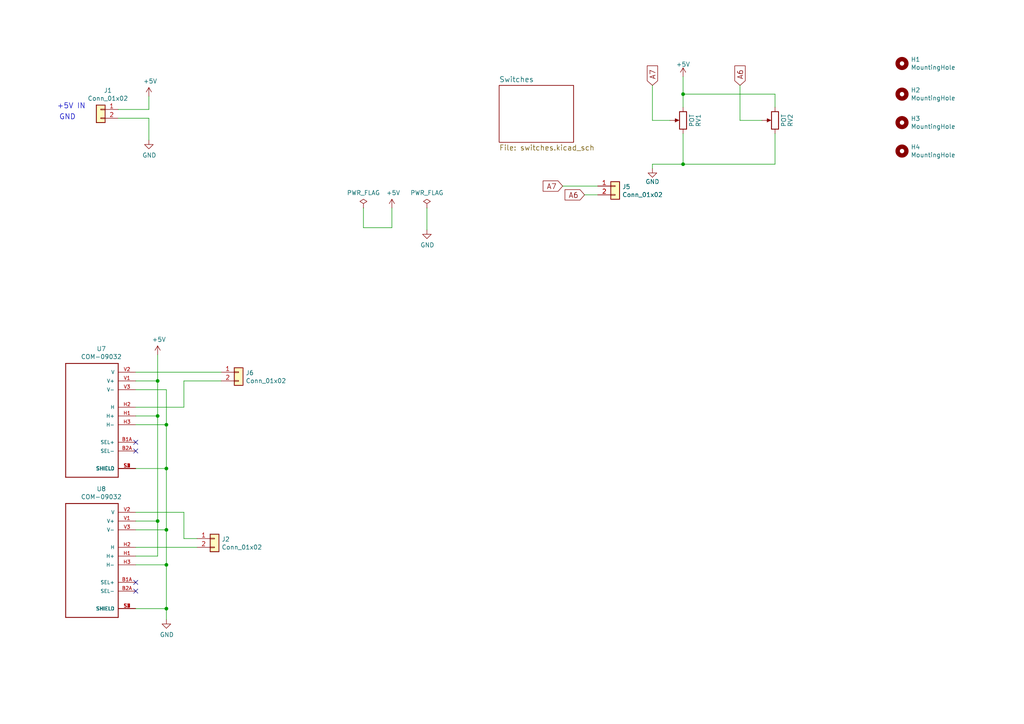
<source format=kicad_sch>
(kicad_sch (version 20230409) (generator eeschema)
  (paper "A4")
  (lib_symbols
    (symbol "COM-09032:COM-09032" (pin_names (offset 1.016))
      (property "Reference" "U" (at -7.62 16.002 0))
      (property "Value" "COM-09032" (at -7.62 -20.32 0))
      (symbol "COM-09032_0_0"
        (polyline (pts (xy -7.62 -17.78) (xy -7.62 15.24)) (stroke (width 0.254)))
        (polyline (pts (xy -7.62 15.24) (xy 7.62 15.24)) (stroke (width 0.254)))
        (polyline (pts (xy 7.62 -17.78) (xy -7.62 -17.78)) (stroke (width 0.254)))
        (polyline (pts (xy 7.62 15.24) (xy 7.62 -17.78)) (stroke (width 0.254)))
        (pin passive line (at -12.7 -7.62 0) (length 5.08) (name "SEL+") (number "B1A"))
        (pin passive line (at -12.7 -10.16 0) (length 5.08) (name "SEL-") (number "B2A"))
        (pin passive line (at -12.7 0 0) (length 5.08) (name "H+") (number "H1"))
        (pin passive line (at -12.7 2.54 0) (length 5.08) (name "H") (number "H2"))
        (pin passive line (at -12.7 -2.54 0) (length 5.08) (name "H-") (number "H3"))
        (pin passive line (at -12.7 -15.24 0) (length 5.08) (name "SHIELD") (number "S1"))
        (pin passive line (at -12.7 -15.24 0) (length 5.08) (name "SHIELD") (number "S2"))
        (pin passive line (at -12.7 -15.24 0) (length 5.08) (name "SHIELD") (number "S3"))
        (pin passive line (at -12.7 -15.24 0) (length 5.08) (name "SHIELD") (number "S4"))
        (pin passive line (at -12.7 10.16 0) (length 5.08) (name "V+") (number "V1"))
        (pin passive line (at -12.7 12.7 0) (length 5.08) (name "V") (number "V2"))
        (pin passive line (at -12.7 7.62 0) (length 5.08) (name "V-") (number "V3"))
      )
    )
    (symbol "COM-09032_1" (pin_names (offset 1.016))
      (property "Reference" "U" (at -7.62 16.002 0))
      (property "Value" "COM-09032" (at -7.62 -20.32 0))
      (symbol "COM-09032_1_0_0"
        (polyline (pts (xy -7.62 -17.78) (xy -7.62 15.24)) (stroke (width 0.254)))
        (polyline (pts (xy -7.62 15.24) (xy 7.62 15.24)) (stroke (width 0.254)))
        (polyline (pts (xy 7.62 -17.78) (xy -7.62 -17.78)) (stroke (width 0.254)))
        (polyline (pts (xy 7.62 15.24) (xy 7.62 -17.78)) (stroke (width 0.254)))
        (pin passive line (at -12.7 -7.62 0) (length 5.08) (name "SEL+") (number "B1A"))
        (pin passive line (at -12.7 -10.16 0) (length 5.08) (name "SEL-") (number "B2A"))
        (pin passive line (at -12.7 0 0) (length 5.08) (name "H+") (number "H1"))
        (pin passive line (at -12.7 2.54 0) (length 5.08) (name "H") (number "H2"))
        (pin passive line (at -12.7 -2.54 0) (length 5.08) (name "H-") (number "H3"))
        (pin passive line (at -12.7 -15.24 0) (length 5.08) (name "SHIELD") (number "S1"))
        (pin passive line (at -12.7 -15.24 0) (length 5.08) (name "SHIELD") (number "S2"))
        (pin passive line (at -12.7 -15.24 0) (length 5.08) (name "SHIELD") (number "S3"))
        (pin passive line (at -12.7 -15.24 0) (length 5.08) (name "SHIELD") (number "S4"))
        (pin passive line (at -12.7 10.16 0) (length 5.08) (name "V+") (number "V1"))
        (pin passive line (at -12.7 12.7 0) (length 5.08) (name "V") (number "V2"))
        (pin passive line (at -12.7 7.62 0) (length 5.08) (name "V-") (number "V3"))
      )
    )
    (symbol "COM-09032_2" (pin_names (offset 1.016))
      (property "Reference" "U" (at -7.62 16.002 0))
      (property "Value" "COM-09032" (at -7.62 -20.32 0))
      (symbol "COM-09032_2_0_0"
        (polyline (pts (xy -7.62 -17.78) (xy -7.62 15.24)) (stroke (width 0.254)))
        (polyline (pts (xy -7.62 15.24) (xy 7.62 15.24)) (stroke (width 0.254)))
        (polyline (pts (xy 7.62 -17.78) (xy -7.62 -17.78)) (stroke (width 0.254)))
        (polyline (pts (xy 7.62 15.24) (xy 7.62 -17.78)) (stroke (width 0.254)))
        (pin passive line (at -12.7 -7.62 0) (length 5.08) (name "SEL+") (number "B1A"))
        (pin passive line (at -12.7 -10.16 0) (length 5.08) (name "SEL-") (number "B2A"))
        (pin passive line (at -12.7 0 0) (length 5.08) (name "H+") (number "H1"))
        (pin passive line (at -12.7 2.54 0) (length 5.08) (name "H") (number "H2"))
        (pin passive line (at -12.7 -2.54 0) (length 5.08) (name "H-") (number "H3"))
        (pin passive line (at -12.7 -15.24 0) (length 5.08) (name "SHIELD") (number "S1"))
        (pin passive line (at -12.7 -15.24 0) (length 5.08) (name "SHIELD") (number "S2"))
        (pin passive line (at -12.7 -15.24 0) (length 5.08) (name "SHIELD") (number "S3"))
        (pin passive line (at -12.7 -15.24 0) (length 5.08) (name "SHIELD") (number "S4"))
        (pin passive line (at -12.7 10.16 0) (length 5.08) (name "V+") (number "V1"))
        (pin passive line (at -12.7 12.7 0) (length 5.08) (name "V") (number "V2"))
        (pin passive line (at -12.7 7.62 0) (length 5.08) (name "V-") (number "V3"))
      )
    )
    (symbol "Connector_Generic:Conn_01x02" (pin_names (offset 1.016) hide)
      (property "Reference" "J" (at 0 2.54 0))
      (property "Value" "Conn_01x02" (at 0 -5.08 0))
      (symbol "Conn_01x02_1_1"
        (rectangle (start -1.27 -2.413) (end 0 -2.667) (stroke (width 0.1524)))
        (rectangle (start -1.27 0.127) (end 0 -0.127) (stroke (width 0.1524)))
        (rectangle (start -1.27 1.27) (end 1.27 -3.81) (stroke (width 0.254)) (fill (type background)))
        (pin passive line (at -5.08 0 0) (length 3.81) (name "Pin_1") (number "1"))
        (pin passive line (at -5.08 -2.54 0) (length 3.81) (name "Pin_2") (number "2"))
      )
    )
    (symbol "Mechanical:MountingHole" (pin_names (offset 1.016))
      (property "Reference" "H" (at 0 5.08 0))
      (property "Value" "MountingHole" (at 0 3.175 0))
      (symbol "MountingHole_0_1"
        (circle (center 0 0) (radius 1.27) (stroke (width 1.27)))
      )
    )
    (symbol "power:+5V" (power) (pin_names (offset 0))
      (property "Value" "+5V" (at 0 3.556 0))
      (symbol "+5V_0_1"
        (polyline (pts (xy -0.762 1.27) (xy 0 2.54)))
        (polyline (pts (xy 0 0) (xy 0 2.54)))
        (polyline (pts (xy 0 2.54) (xy 0.762 1.27)))
      )
      (symbol "+5V_1_1"
        (pin power_in line (at 0 0 90) (length 0) hide (name "+5V") (number "1"))
      )
    )
    (symbol "power:GND" (power) (pin_names (offset 0))
      (property "Value" "GND" (at 0 -3.81 0))
      (symbol "GND_0_1"
        (polyline (pts (xy 0 0) (xy 0 -1.27) (xy 1.27 -1.27) (xy 0 -2.54) (xy -1.27 -1.27) (xy 0 -1.27)))
      )
      (symbol "GND_1_1"
        (pin power_in line (at 0 0 270) (length 0) hide (name "GND") (number "1"))
      )
    )
    (symbol "power:PWR_FLAG" (power) (pin_numbers hide) (pin_names (offset 0) hide)
      (property "Value" "PWR_FLAG" (at 0 3.81 0))
      (symbol "PWR_FLAG_0_0"
        (pin power_out line (at 0 0 90) (length 0) (name "pwr") (number "1"))
      )
      (symbol "PWR_FLAG_0_1"
        (polyline (pts (xy 0 0) (xy 0 1.27) (xy -1.016 1.905) (xy 0 2.54) (xy 1.016 1.905) (xy 0 1.27)))
      )
    )
    (symbol "remote-rescue:+5V" (power) (pin_names (offset 0))
      (property "Value" "+5V" (at 0 3.556 0))
      (symbol "+5V_0_1"
        (polyline (pts (xy -0.762 1.27) (xy 0 2.54)))
        (polyline (pts (xy 0 0) (xy 0 2.54)))
        (polyline (pts (xy 0 2.54) (xy 0.762 1.27)))
      )
      (symbol "+5V_1_1"
        (pin power_in line (at 0 0 90) (length 0) hide (name "+5V") (number "1"))
      )
    )
    (symbol "remote-rescue:GND" (power) (pin_names (offset 0))
      (property "Value" "GND" (at 0 -3.81 0))
      (symbol "GND_0_1"
        (polyline (pts (xy 0 0) (xy 0 -1.27) (xy 1.27 -1.27) (xy 0 -2.54) (xy -1.27 -1.27) (xy 0 -1.27)))
      )
      (symbol "GND_1_1"
        (pin power_in line (at 0 0 270) (length 0) hide (name "GND") (number "1"))
      )
    )
    (symbol "remote-rescue:POT" (pin_numbers hide) (pin_names (offset 1.016) hide)
      (property "Reference" "RV" (at -4.445 0 90))
      (property "Value" "POT" (at -2.54 0 90))
      (symbol "POT_0_1"
        (polyline (pts (xy 2.54 0) (xy 1.524 0)))
        (polyline (pts (xy 1.143 0) (xy 2.286 0.508) (xy 2.286 -0.508)) (fill (type outline)))
        (rectangle (start 1.016 2.54) (end -1.016 -2.54) (stroke (width 0.254)))
      )
      (symbol "POT_1_1"
        (pin passive line (at 0 3.81 270) (length 1.27) (name "1") (number "1"))
        (pin passive line (at 3.81 0 180) (length 1.27) (name "2") (number "2"))
        (pin passive line (at 0 -3.81 90) (length 1.27) (name "3") (number "3"))
      )
    )
  )
  (junction (at 48.26 153.67))
  (junction (at 45.72 120.65))
  (junction (at 48.26 123.19))
  (junction (at 198.12 47.625))
  (junction (at 48.26 176.53))
  (junction (at 198.12 27.305))
  (junction (at 48.26 135.89))
  (junction (at 45.72 151.13))
  (junction (at 48.26 163.83))
  (junction (at 45.72 110.49))
  (no_connect (at 39.37 128.27))
  (no_connect (at 39.37 130.81))
  (no_connect (at 39.37 168.91))
  (no_connect (at 39.37 171.45))
  (wire (pts (xy 53.34 148.59) (xy 53.34 156.21)))
  (wire (pts (xy 39.37 176.53) (xy 48.26 176.53)))
  (wire (pts (xy 220.98 34.925) (xy 214.63 34.925)))
  (wire (pts (xy 43.18 31.75) (xy 34.29 31.75)))
  (wire (pts (xy 169.545 56.515) (xy 173.355 56.515)))
  (wire (pts (xy 39.37 107.95) (xy 64.135 107.95)))
  (wire (pts (xy 198.12 27.305) (xy 198.12 31.115)))
  (wire (pts (xy 214.63 24.765) (xy 214.63 34.925)))
  (wire (pts (xy 34.29 34.29) (xy 43.18 34.29)))
  (wire (pts (xy 64.135 110.49) (xy 53.34 110.49)))
  (wire (pts (xy 48.26 123.19) (xy 48.26 135.89)))
  (wire (pts (xy 43.18 27.94) (xy 43.18 31.75)))
  (wire (pts (xy 48.26 135.89) (xy 48.26 153.67)))
  (wire (pts (xy 39.37 118.11) (xy 53.34 118.11)))
  (wire (pts (xy 198.12 27.305) (xy 224.79 27.305)))
  (wire (pts (xy 48.26 163.83) (xy 48.26 176.53)))
  (wire (pts (xy 43.18 34.29) (xy 43.18 40.64)))
  (wire (pts (xy 53.34 148.59) (xy 39.37 148.59)))
  (wire (pts (xy 189.23 47.625) (xy 189.23 48.895)))
  (wire (pts (xy 39.37 113.03) (xy 48.26 113.03)))
  (wire (pts (xy 105.41 66.04) (xy 105.41 60.325)))
  (wire (pts (xy 224.79 27.305) (xy 224.79 31.115)))
  (wire (pts (xy 45.72 102.87) (xy 45.72 110.49)))
  (wire (pts (xy 48.26 113.03) (xy 48.26 123.19)))
  (wire (pts (xy 39.37 123.19) (xy 48.26 123.19)))
  (wire (pts (xy 198.12 22.225) (xy 198.12 27.305)))
  (wire (pts (xy 113.665 66.04) (xy 105.41 66.04)))
  (wire (pts (xy 45.72 110.49) (xy 45.72 120.65)))
  (wire (pts (xy 45.72 120.65) (xy 39.37 120.65)))
  (wire (pts (xy 189.23 24.765) (xy 189.23 34.925)))
  (wire (pts (xy 48.26 153.67) (xy 48.26 163.83)))
  (wire (pts (xy 113.665 60.325) (xy 113.665 66.04)))
  (wire (pts (xy 224.79 47.625) (xy 224.79 38.735)))
  (wire (pts (xy 45.72 161.29) (xy 39.37 161.29)))
  (wire (pts (xy 39.37 153.67) (xy 48.26 153.67)))
  (wire (pts (xy 48.26 176.53) (xy 48.26 179.705)))
  (wire (pts (xy 173.355 53.975) (xy 163.195 53.975)))
  (wire (pts (xy 189.23 47.625) (xy 198.12 47.625)))
  (wire (pts (xy 198.12 38.735) (xy 198.12 47.625)))
  (wire (pts (xy 39.37 158.75) (xy 57.15 158.75)))
  (wire (pts (xy 39.37 135.89) (xy 48.26 135.89)))
  (wire (pts (xy 53.34 110.49) (xy 53.34 118.11)))
  (wire (pts (xy 123.825 66.675) (xy 123.825 60.325)))
  (wire (pts (xy 45.72 151.13) (xy 45.72 161.29)))
  (wire (pts (xy 198.12 47.625) (xy 224.79 47.625)))
  (wire (pts (xy 45.72 120.65) (xy 45.72 151.13)))
  (wire (pts (xy 53.34 156.21) (xy 57.15 156.21)))
  (wire (pts (xy 189.23 34.925) (xy 194.31 34.925)))
  (wire (pts (xy 48.26 163.83) (xy 39.37 163.83)))
  (wire (pts (xy 45.72 151.13) (xy 39.37 151.13)))
  (wire (pts (xy 45.72 110.49) (xy 39.37 110.49)))
  (text "GND" (at 17.145 34.925 0) (effects (font (size 1.524 1.524)) (justify left bottom)))
  (text "+5V IN" (at 16.51 31.75 0) (effects (font (size 1.524 1.524)) (justify left bottom)))
  (global_label "A6" (shape input) (at 169.545 56.515 180) (effects (font (size 1.524 1.524))) (property "Intersheetrefs" "${INTERSHEET_REFS}" (effects hide)))
  (global_label "A7" (shape input) (at 189.23 24.765 90) (effects (font (size 1.524 1.524))) (property "Intersheetrefs" "${INTERSHEET_REFS}" (effects hide)))
  (global_label "A6" (shape input) (at 214.63 24.765 90) (effects (font (size 1.524 1.524))) (property "Intersheetrefs" "${INTERSHEET_REFS}" (effects hide)))
  (global_label "A7" (shape input) (at 163.195 53.975 180) (effects (font (size 1.524 1.524))) (property "Intersheetrefs" "${INTERSHEET_REFS}" (effects hide)))
  (symbol (lib_id "remote-rescue:POT") (at 198.12 34.925 0) (mirror y) (unit 1)
    (property "Reference" "RV1" (at 202.565 34.925 90))
    (property "Value" "POT" (at 200.66 34.925 90))
    (property "Footprint" "Remote:Potentiometer_6mm_axis_square" (effects hide))
  )
  (symbol (lib_id "remote-rescue:POT") (at 224.79 34.925 0) (mirror y) (unit 1)
    (property "Reference" "RV2" (at 229.235 34.925 90))
    (property "Value" "POT" (at 227.33 34.925 90))
    (property "Footprint" "Remote:Potentiometer_6mm_axis_square" (effects hide))
  )
  (symbol (lib_id "remote-rescue:GND") (at 189.23 48.895 0) (unit 1)
    (property "Reference" "#PWR0104" (effects hide))
    (property "Value" "GND" (at 189.23 52.705 0))
  )
  (symbol (lib_id "remote-rescue:+5V") (at 198.12 22.225 0) (unit 1)
    (property "Reference" "#PWR0105" (effects hide))
    (property "Value" "+5V" (at 198.12 18.669 0))
  )
  (symbol (lib_id "power:+5V") (at 45.72 102.87 0) (unit 1)
    (property "Reference" "#PWR0106" (effects hide))
    (property "Value" "+5V" (at 46.101 98.4758 0))
  )
  (symbol (lib_id "power:GND") (at 48.26 179.705 0) (unit 1)
    (property "Reference" "#PWR0107" (effects hide))
    (property "Value" "GND" (at 48.387 184.0992 0))
  )
  (symbol (lib_id "power:+5V") (at 43.18 27.94 0) (unit 1)
    (property "Reference" "#PWR0109" (effects hide))
    (property "Value" "+5V" (at 43.561 23.5458 0))
  )
  (symbol (lib_id "power:GND") (at 43.18 40.64 0) (unit 1)
    (property "Reference" "#PWR0111" (effects hide))
    (property "Value" "GND" (at 43.307 45.0342 0))
  )
  (symbol (lib_id "power:PWR_FLAG") (at 105.41 60.325 0) (unit 1)
    (property "Reference" "#FLG0101" (effects hide))
    (property "Value" "PWR_FLAG" (at 105.41 55.9308 0))
  )
  (symbol (lib_id "power:+5V") (at 113.665 60.325 0) (unit 1)
    (property "Reference" "#PWR0127" (effects hide))
    (property "Value" "+5V" (at 114.046 55.9308 0))
  )
  (symbol (lib_id "power:PWR_FLAG") (at 123.825 60.325 0) (unit 1)
    (property "Reference" "#FLG0102" (effects hide))
    (property "Value" "PWR_FLAG" (at 123.825 55.9308 0))
  )
  (symbol (lib_id "power:GND") (at 123.825 66.675 0) (unit 1)
    (property "Reference" "#PWR0128" (effects hide))
    (property "Value" "GND" (at 123.952 71.0692 0))
  )
  (symbol (lib_name "COM-09032_2") (lib_id "COM-09032:COM-09032") (at 26.67 120.65 0) (mirror y) (unit 1)
    (property "Reference" "U7" (at 29.3878 101.1682 0))
    (property "Value" "COM-09032" (at 29.3878 103.4796 0))
    (property "Footprint" "Remote:AnalogJoystick_ALPS_10k" (effects hide))
    (property "Datasheet" "Manufacturer Recommendations" (effects hide))
    (property "Field4" "SparkFun Electronics" (effects hide))
    (property "Field5" "30.1mm" (effects hide))
    (property "Field6" "N/A" (effects hide))
  )
  (symbol (lib_name "COM-09032_1") (lib_id "COM-09032:COM-09032") (at 26.67 161.29 0) (mirror y) (unit 1)
    (property "Reference" "U8" (at 29.3878 141.8082 0))
    (property "Value" "COM-09032" (at 29.3878 144.1196 0))
    (property "Footprint" "Remote:AnalogJoystick_ALPS_10k" (effects hide))
    (property "Datasheet" "Manufacturer Recommendations" (effects hide))
    (property "Field4" "SparkFun Electronics" (effects hide))
    (property "Field5" "30.1mm" (effects hide))
    (property "Field6" "N/A" (effects hide))
  )
  (symbol (lib_id "Connector_Generic:Conn_01x02") (at 29.21 31.75 0) (mirror y) (unit 1)
    (property "Reference" "J1" (at 31.2928 26.2382 0))
    (property "Value" "Conn_01x02" (at 31.2928 28.5496 0))
    (property "Footprint" "Milling:JST_XH_B02B-XH-A_1x02_P2.50mm_Vertical_Milling" (effects hide))
  )
  (symbol (lib_id "Connector_Generic:Conn_01x02") (at 178.435 53.975 0) (unit 1)
    (property "Reference" "J5" (at 180.467 54.1782 0) (effects (justify left)))
    (property "Value" "Conn_01x02" (at 180.467 56.4896 0) (effects (justify left)))
    (property "Footprint" "Milling:JST_XH_B02B-XH-A_1x02_P2.50mm_Vertical_Milling" (effects hide))
  )
  (symbol (lib_id "Mechanical:MountingHole") (at 261.62 18.415 0) (unit 1)
    (property "Reference" "H1" (at 264.16 17.2466 0) (effects (justify left)))
    (property "Value" "MountingHole" (at 264.16 19.558 0) (effects (justify left)))
    (property "Footprint" "MountingHole:MountingHole_3.2mm_M3" (effects hide))
  )
  (symbol (lib_id "Mechanical:MountingHole") (at 261.62 27.305 0) (unit 1)
    (property "Reference" "H2" (at 264.16 26.1366 0) (effects (justify left)))
    (property "Value" "MountingHole" (at 264.16 28.448 0) (effects (justify left)))
    (property "Footprint" "MountingHole:MountingHole_3.2mm_M3" (effects hide))
  )
  (symbol (lib_id "Mechanical:MountingHole") (at 261.62 35.56 0) (unit 1)
    (property "Reference" "H3" (at 264.16 34.3916 0) (effects (justify left)))
    (property "Value" "MountingHole" (at 264.16 36.703 0) (effects (justify left)))
    (property "Footprint" "MountingHole:MountingHole_3.2mm_M3" (effects hide))
  )
  (symbol (lib_id "Mechanical:MountingHole") (at 261.62 43.815 0) (unit 1)
    (property "Reference" "H4" (at 264.16 42.6466 0) (effects (justify left)))
    (property "Value" "MountingHole" (at 264.16 44.958 0) (effects (justify left)))
    (property "Footprint" "MountingHole:MountingHole_3.2mm_M3" (effects hide))
  )
  (symbol (lib_id "Connector_Generic:Conn_01x02") (at 69.215 107.95 0) (unit 1)
    (property "Reference" "J6" (at 71.247 108.1532 0) (effects (justify left)))
    (property "Value" "Conn_01x02" (at 71.247 110.4646 0) (effects (justify left)))
    (property "Footprint" "Milling:JST_XH_B02B-XH-A_1x02_P2.50mm_Vertical_Milling" (effects hide))
  )
  (symbol (lib_id "Connector_Generic:Conn_01x02") (at 62.23 156.21 0) (unit 1)
    (property "Reference" "J2" (at 64.262 156.4132 0) (effects (justify left)))
    (property "Value" "Conn_01x02" (at 64.262 158.7246 0) (effects (justify left)))
    (property "Footprint" "Milling:JST_XH_B02B-XH-A_1x02_P2.50mm_Vertical_Milling" (effects hide))
  )
  (sheet (at 144.78 24.765) (size 21.59 16.51)
    (property "Sheetname" "Switches" (at 144.78 23.9264 0) (effects (font (size 1.524 1.524)) (justify left bottom)))
    (property "Sheetfile" "switches.kicad_sch" (at 144.78 41.9612 0) (effects (font (size 1.524 1.524)) (justify left top)))
  )
)
</source>
